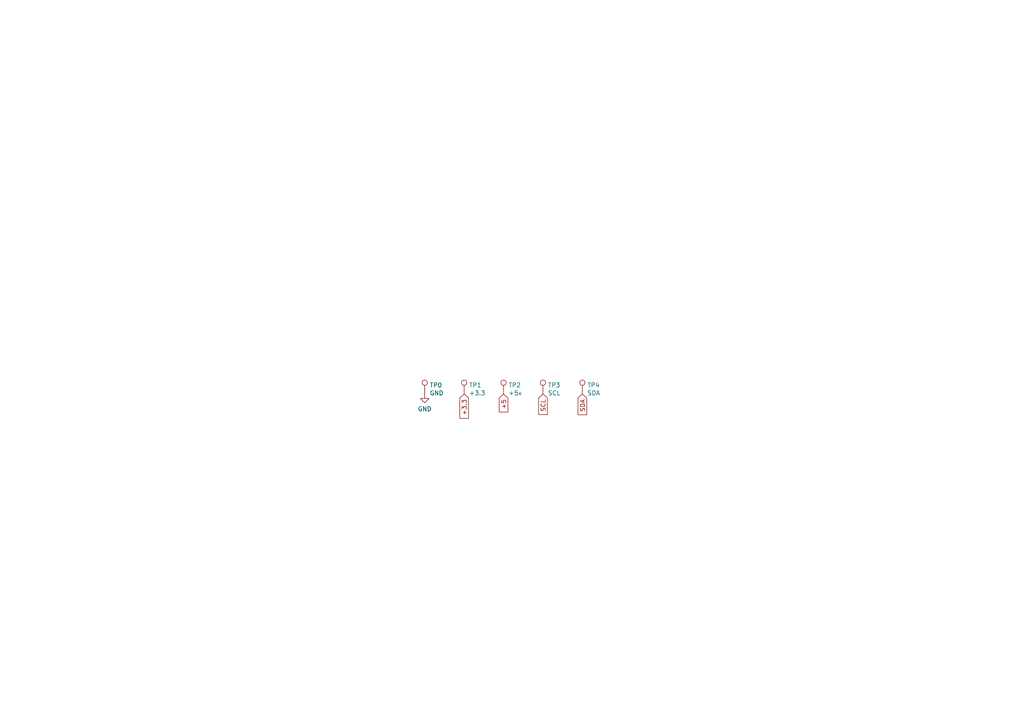
<source format=kicad_sch>
(kicad_sch (version 20210126) (generator eeschema)
  (paper "A4")
  (lib_symbols
    (symbol "Connector:TestPoint" (pin_numbers hide) (pin_names (offset 0.762) hide)
      (property "Reference" "TP" (at 0 6.858 0))
      (property "Value" "TestPoint" (at 0 5.08 0))
      (symbol "TestPoint_0_1"
        (circle (center 0 3.302) (radius 0.762))
      )
      (symbol "TestPoint_1_1"
        (pin passive line (at 0 0 90) (length 2.54) (name "1") (number "1"))
      )
    )
    (symbol "power:GND" (power) (pin_names (offset 0))
      (property "Value" "GND" (at 0 -3.81 0))
      (symbol "GND_0_1"
        (polyline (pts (xy 0 0) (xy 0 -1.27) (xy 1.27 -1.27) (xy 0 -2.54) (xy -1.27 -1.27) (xy 0 -1.27)))
      )
      (symbol "GND_1_1"
        (pin power_in line (at 0 0 270) (length 0) hide (name "GND") (number "1"))
      )
    )
  )
  (global_label "+3.3" (shape input) (at 134.62 114.3 270) (property "Intersheet References" "${INTERSHEET_REFS}" (effects hide)))
  (global_label "+5" (shape input) (at 146.05 114.3 270) (property "Intersheet References" "${INTERSHEET_REFS}" (effects hide)))
  (global_label "SCL" (shape input) (at 157.48 114.3 270) (property "Intersheet References" "${INTERSHEET_REFS}" (effects hide)))
  (global_label "SDA" (shape input) (at 168.91 114.3 270) (property "Intersheet References" "${INTERSHEET_REFS}" (effects hide)))
  (symbol (lib_id "Connector:TestPoint") (at 123.19 114.3 0) (unit 1)
    (property "Reference" "TP0" (at 124.5871 111.6976 0) (effects (justify left)))
    (property "Value" "GND" (at 124.5871 113.9963 0) (effects (justify left)))
    (property "Footprint" "TestPoint:TestPoint_Pad_D1.5mm" (effects hide))
  )
  (symbol (lib_id "Connector:TestPoint") (at 134.62 114.3 0) (unit 1)
    (property "Reference" "TP1" (at 136.0171 111.6976 0) (effects (justify left)))
    (property "Value" "+3.3" (at 136.0171 113.9963 0) (effects (justify left)))
    (property "Footprint" "TestPoint:TestPoint_Pad_D1.5mm" (effects hide))
  )
  (symbol (lib_id "Connector:TestPoint") (at 146.05 114.3 0) (unit 1)
    (property "Reference" "TP2" (at 147.4471 111.6976 0) (effects (justify left)))
    (property "Value" "+5v" (at 147.4471 113.9963 0) (effects (justify left)))
    (property "Footprint" "TestPoint:TestPoint_Pad_D1.5mm" (effects hide))
  )
  (symbol (lib_id "Connector:TestPoint") (at 157.48 114.3 0) (unit 1)
    (property "Reference" "TP3" (at 158.8771 111.6976 0) (effects (justify left)))
    (property "Value" "SCL" (at 158.8771 113.9963 0) (effects (justify left)))
    (property "Footprint" "TestPoint:TestPoint_Pad_D1.5mm" (effects hide))
  )
  (symbol (lib_id "Connector:TestPoint") (at 168.91 114.3 0) (unit 1)
    (property "Reference" "TP4" (at 170.3071 111.6976 0) (effects (justify left)))
    (property "Value" "SDA" (at 170.3071 113.9963 0) (effects (justify left)))
    (property "Footprint" "TestPoint:TestPoint_Pad_D1.5mm" (effects hide))
  )
  (symbol (lib_id "power:GND") (at 123.19 114.3 0) (unit 1)
    (property "Reference" "#PWR0102" (effects hide))
    (property "Value" "GND" (at 123.19 118.6244 0))
  )
)
</source>
